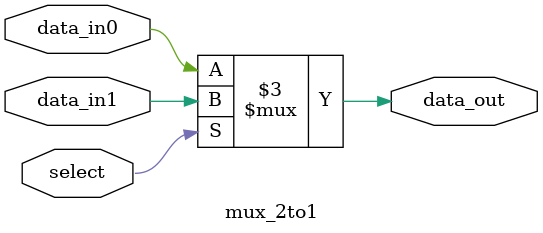
<source format=v>
module mux_2n #(parameter n = 3) (
  input [n-1:0] select,
  input [2^n-1:0] data_in,
  output reg data_out
);

  wire [2^(n-1)-1:0] lower_data_out;
  wire [2^(n-1)-1:0] upper_data_out;

  // Recursive 2×1 multiplexer
  generate
    if (n == 1) begin
      // Base case: 2×1 mux
      mux_2to1 mux (
        .select(select[0]),
        .data_in0(data_in[0]),
        .data_in1(data_in[1]),
        .data_out(data_out)
      );
    end else begin
      // Recursive case: Split the input and recursively call 2^n-1 multiplexers
      mux_2n #(n-1) lower_mux (
        .select(select[n-2:0]),
        .data_in(data_in[2^(n-1)-1:0]),
        .data_out(lower_data_out)
      );
      mux_2n #(n-1) upper_mux (
        .select(select[n-1]),
        .data_in(data_in[2^n-1:2^(n-1)]),
        .data_out(upper_data_out)
      );

      // Connect the outputs of the lower and upper multiplexers to the 2×1 multiplexer
      mux_2to1 mux (
        .select(select[n-1]),
        .data_in0(lower_data_out),
        .data_in1(upper_data_out),
        .data_out(data_out)
      );
    end
  endgenerate
endmodule

module mux_2to1 (
  input select,
  input data_in0,
  input data_in1,
  output reg data_out
);
  always @(select, data_in0, data_in1)
    if (select)
      data_out = data_in1;
    else
      data_out = data_in0;
endmodule

</source>
